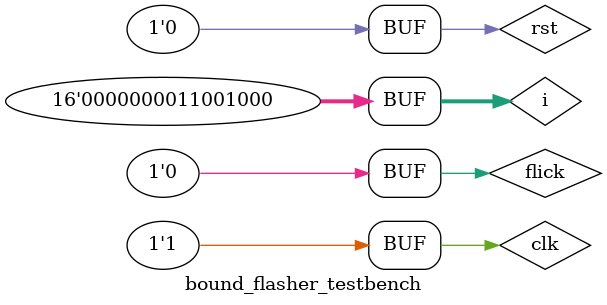
<source format=v>
module bound_flasher_testbench ;
reg clk;

reg rst;
reg flick;
wire [15:0] led_out;
//
wire [2:0] mode;
//
wire new_clk;
reg [15:0] i;
bound_flasher BoundFlasher(rst,clk,flick,new_clk,led_out,mode);
initial begin
	rst=1;
	flick=0;
	for (i=0;i<200;i=i+1) begin
		if(i==1) begin flick=1; rst=0;end
		if(i==100) flick=0;
		clk=0;#50;
		clk=1;#50;
	end
end
endmodule

</source>
